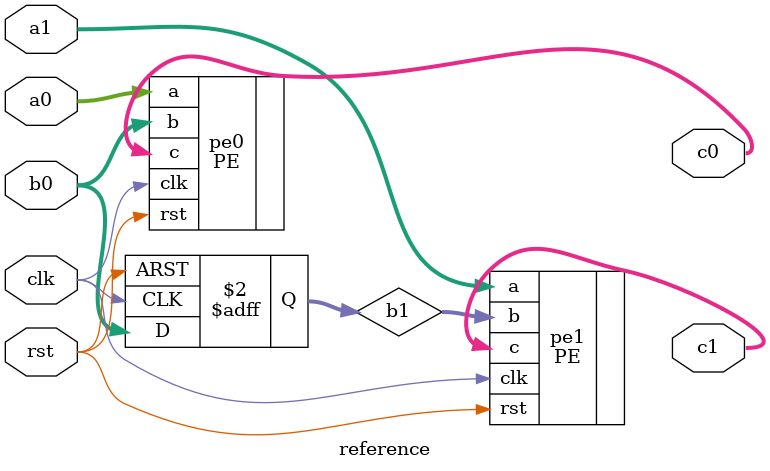
<source format=v>
module reference (
  input clk,
  input rst,
  input [15:0] a0,
  input [15:0] a1,
  input [15:0] b0,
  output [31:0] c0,
  output [31:0] c1
);
  reg [15:0] b1;
  PE pe0 (
    .clk(clk),
    .rst(rst),
    .a(a0),
    .b(b0),
    .c(c0)
  );
  PE pe1 (
    .clk(clk),
    .rst(rst),
    .a(a1),
    .b(b1),
    .c(c1)
  );
  always@(posedge clk or posedge rst) begin
    if(rst) begin
      b1 <= 0;
    end
    else begin
      b1 <= b0; // pass b0 to next PE
    end
  end
  
endmodule
</source>
